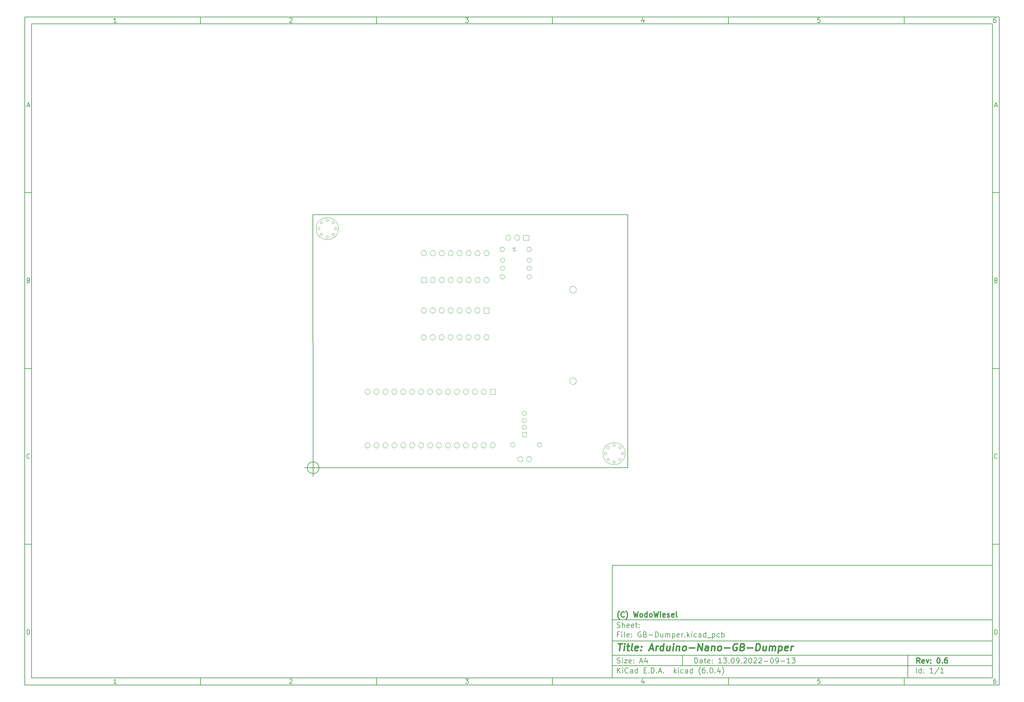
<source format=gbr>
%TF.GenerationSoftware,KiCad,Pcbnew,(6.0.4)*%
%TF.CreationDate,2022-10-03T14:38:54+02:00*%
%TF.ProjectId,GB-Dumper,47422d44-756d-4706-9572-2e6b69636164,0.6*%
%TF.SameCoordinates,PX57bcf00PY83cc3c0*%
%TF.FileFunction,AssemblyDrawing,Bot*%
%FSLAX46Y46*%
G04 Gerber Fmt 4.6, Leading zero omitted, Abs format (unit mm)*
G04 Created by KiCad (PCBNEW (6.0.4)) date 2022-10-03 14:38:54*
%MOMM*%
%LPD*%
G01*
G04 APERTURE LIST*
%ADD10C,0.100000*%
%ADD11C,0.150000*%
%ADD12C,0.300000*%
%ADD13C,0.400000*%
%TA.AperFunction,Profile*%
%ADD14C,0.150000*%
%TD*%
%ADD15C,0.108000*%
G04 APERTURE END LIST*
D10*
D11*
X85002200Y-27807200D02*
X85002200Y-59807200D01*
X193002200Y-59807200D01*
X193002200Y-27807200D01*
X85002200Y-27807200D01*
D10*
D11*
X-82000000Y128200000D02*
X-82000000Y-61807200D01*
X195002200Y-61807200D01*
X195002200Y128200000D01*
X-82000000Y128200000D01*
D10*
D11*
X-80000000Y126200000D02*
X-80000000Y-59807200D01*
X193002200Y-59807200D01*
X193002200Y126200000D01*
X-80000000Y126200000D01*
D10*
D11*
X-32000000Y126200000D02*
X-32000000Y128200000D01*
D10*
D11*
X18000000Y126200000D02*
X18000000Y128200000D01*
D10*
D11*
X68000000Y126200000D02*
X68000000Y128200000D01*
D10*
D11*
X118000000Y126200000D02*
X118000000Y128200000D01*
D10*
D11*
X168000000Y126200000D02*
X168000000Y128200000D01*
D10*
D11*
X-55934524Y126611905D02*
X-56677381Y126611905D01*
X-56305953Y126611905D02*
X-56305953Y127911905D01*
X-56429762Y127726191D01*
X-56553572Y127602381D01*
X-56677381Y127540477D01*
D10*
D11*
X-6677381Y127788096D02*
X-6615477Y127850000D01*
X-6491667Y127911905D01*
X-6182143Y127911905D01*
X-6058334Y127850000D01*
X-5996429Y127788096D01*
X-5934524Y127664286D01*
X-5934524Y127540477D01*
X-5996429Y127354762D01*
X-6739286Y126611905D01*
X-5934524Y126611905D01*
D10*
D11*
X43260714Y127911905D02*
X44065476Y127911905D01*
X43632142Y127416667D01*
X43817857Y127416667D01*
X43941666Y127354762D01*
X44003571Y127292858D01*
X44065476Y127169048D01*
X44065476Y126859524D01*
X44003571Y126735715D01*
X43941666Y126673810D01*
X43817857Y126611905D01*
X43446428Y126611905D01*
X43322619Y126673810D01*
X43260714Y126735715D01*
D10*
D11*
X93941666Y127478572D02*
X93941666Y126611905D01*
X93632142Y127973810D02*
X93322619Y127045239D01*
X94127380Y127045239D01*
D10*
D11*
X144003571Y127911905D02*
X143384523Y127911905D01*
X143322619Y127292858D01*
X143384523Y127354762D01*
X143508333Y127416667D01*
X143817857Y127416667D01*
X143941666Y127354762D01*
X144003571Y127292858D01*
X144065476Y127169048D01*
X144065476Y126859524D01*
X144003571Y126735715D01*
X143941666Y126673810D01*
X143817857Y126611905D01*
X143508333Y126611905D01*
X143384523Y126673810D01*
X143322619Y126735715D01*
D10*
D11*
X193941666Y127911905D02*
X193694047Y127911905D01*
X193570238Y127850000D01*
X193508333Y127788096D01*
X193384523Y127602381D01*
X193322619Y127354762D01*
X193322619Y126859524D01*
X193384523Y126735715D01*
X193446428Y126673810D01*
X193570238Y126611905D01*
X193817857Y126611905D01*
X193941666Y126673810D01*
X194003571Y126735715D01*
X194065476Y126859524D01*
X194065476Y127169048D01*
X194003571Y127292858D01*
X193941666Y127354762D01*
X193817857Y127416667D01*
X193570238Y127416667D01*
X193446428Y127354762D01*
X193384523Y127292858D01*
X193322619Y127169048D01*
D10*
D11*
X-32000000Y-59807200D02*
X-32000000Y-61807200D01*
D10*
D11*
X18000000Y-59807200D02*
X18000000Y-61807200D01*
D10*
D11*
X68000000Y-59807200D02*
X68000000Y-61807200D01*
D10*
D11*
X118000000Y-59807200D02*
X118000000Y-61807200D01*
D10*
D11*
X168000000Y-59807200D02*
X168000000Y-61807200D01*
D10*
D11*
X-55934524Y-61395295D02*
X-56677381Y-61395295D01*
X-56305953Y-61395295D02*
X-56305953Y-60095295D01*
X-56429762Y-60281009D01*
X-56553572Y-60404819D01*
X-56677381Y-60466723D01*
D10*
D11*
X-6677381Y-60219104D02*
X-6615477Y-60157200D01*
X-6491667Y-60095295D01*
X-6182143Y-60095295D01*
X-6058334Y-60157200D01*
X-5996429Y-60219104D01*
X-5934524Y-60342914D01*
X-5934524Y-60466723D01*
X-5996429Y-60652438D01*
X-6739286Y-61395295D01*
X-5934524Y-61395295D01*
D10*
D11*
X43260714Y-60095295D02*
X44065476Y-60095295D01*
X43632142Y-60590533D01*
X43817857Y-60590533D01*
X43941666Y-60652438D01*
X44003571Y-60714342D01*
X44065476Y-60838152D01*
X44065476Y-61147676D01*
X44003571Y-61271485D01*
X43941666Y-61333390D01*
X43817857Y-61395295D01*
X43446428Y-61395295D01*
X43322619Y-61333390D01*
X43260714Y-61271485D01*
D10*
D11*
X93941666Y-60528628D02*
X93941666Y-61395295D01*
X93632142Y-60033390D02*
X93322619Y-60961961D01*
X94127380Y-60961961D01*
D10*
D11*
X144003571Y-60095295D02*
X143384523Y-60095295D01*
X143322619Y-60714342D01*
X143384523Y-60652438D01*
X143508333Y-60590533D01*
X143817857Y-60590533D01*
X143941666Y-60652438D01*
X144003571Y-60714342D01*
X144065476Y-60838152D01*
X144065476Y-61147676D01*
X144003571Y-61271485D01*
X143941666Y-61333390D01*
X143817857Y-61395295D01*
X143508333Y-61395295D01*
X143384523Y-61333390D01*
X143322619Y-61271485D01*
D10*
D11*
X193941666Y-60095295D02*
X193694047Y-60095295D01*
X193570238Y-60157200D01*
X193508333Y-60219104D01*
X193384523Y-60404819D01*
X193322619Y-60652438D01*
X193322619Y-61147676D01*
X193384523Y-61271485D01*
X193446428Y-61333390D01*
X193570238Y-61395295D01*
X193817857Y-61395295D01*
X193941666Y-61333390D01*
X194003571Y-61271485D01*
X194065476Y-61147676D01*
X194065476Y-60838152D01*
X194003571Y-60714342D01*
X193941666Y-60652438D01*
X193817857Y-60590533D01*
X193570238Y-60590533D01*
X193446428Y-60652438D01*
X193384523Y-60714342D01*
X193322619Y-60838152D01*
D10*
D11*
X-82000000Y78200000D02*
X-80000000Y78200000D01*
D10*
D11*
X-82000000Y28200000D02*
X-80000000Y28200000D01*
D10*
D11*
X-82000000Y-21800000D02*
X-80000000Y-21800000D01*
D10*
D11*
X-81309524Y102983334D02*
X-80690477Y102983334D01*
X-81433334Y102611905D02*
X-81000000Y103911905D01*
X-80566667Y102611905D01*
D10*
D11*
X-80907143Y53292858D02*
X-80721429Y53230953D01*
X-80659524Y53169048D01*
X-80597620Y53045239D01*
X-80597620Y52859524D01*
X-80659524Y52735715D01*
X-80721429Y52673810D01*
X-80845239Y52611905D01*
X-81340477Y52611905D01*
X-81340477Y53911905D01*
X-80907143Y53911905D01*
X-80783334Y53850000D01*
X-80721429Y53788096D01*
X-80659524Y53664286D01*
X-80659524Y53540477D01*
X-80721429Y53416667D01*
X-80783334Y53354762D01*
X-80907143Y53292858D01*
X-81340477Y53292858D01*
D10*
D11*
X-80597620Y2735715D02*
X-80659524Y2673810D01*
X-80845239Y2611905D01*
X-80969048Y2611905D01*
X-81154762Y2673810D01*
X-81278572Y2797620D01*
X-81340477Y2921429D01*
X-81402381Y3169048D01*
X-81402381Y3354762D01*
X-81340477Y3602381D01*
X-81278572Y3726191D01*
X-81154762Y3850000D01*
X-80969048Y3911905D01*
X-80845239Y3911905D01*
X-80659524Y3850000D01*
X-80597620Y3788096D01*
D10*
D11*
X-81340477Y-47388095D02*
X-81340477Y-46088095D01*
X-81030953Y-46088095D01*
X-80845239Y-46150000D01*
X-80721429Y-46273809D01*
X-80659524Y-46397619D01*
X-80597620Y-46645238D01*
X-80597620Y-46830952D01*
X-80659524Y-47078571D01*
X-80721429Y-47202380D01*
X-80845239Y-47326190D01*
X-81030953Y-47388095D01*
X-81340477Y-47388095D01*
D10*
D11*
X195002200Y78200000D02*
X193002200Y78200000D01*
D10*
D11*
X195002200Y28200000D02*
X193002200Y28200000D01*
D10*
D11*
X195002200Y-21800000D02*
X193002200Y-21800000D01*
D10*
D11*
X193692676Y102983334D02*
X194311723Y102983334D01*
X193568866Y102611905D02*
X194002200Y103911905D01*
X194435533Y102611905D01*
D10*
D11*
X194095057Y53292858D02*
X194280771Y53230953D01*
X194342676Y53169048D01*
X194404580Y53045239D01*
X194404580Y52859524D01*
X194342676Y52735715D01*
X194280771Y52673810D01*
X194156961Y52611905D01*
X193661723Y52611905D01*
X193661723Y53911905D01*
X194095057Y53911905D01*
X194218866Y53850000D01*
X194280771Y53788096D01*
X194342676Y53664286D01*
X194342676Y53540477D01*
X194280771Y53416667D01*
X194218866Y53354762D01*
X194095057Y53292858D01*
X193661723Y53292858D01*
D10*
D11*
X194404580Y2735715D02*
X194342676Y2673810D01*
X194156961Y2611905D01*
X194033152Y2611905D01*
X193847438Y2673810D01*
X193723628Y2797620D01*
X193661723Y2921429D01*
X193599819Y3169048D01*
X193599819Y3354762D01*
X193661723Y3602381D01*
X193723628Y3726191D01*
X193847438Y3850000D01*
X194033152Y3911905D01*
X194156961Y3911905D01*
X194342676Y3850000D01*
X194404580Y3788096D01*
D10*
D11*
X193661723Y-47388095D02*
X193661723Y-46088095D01*
X193971247Y-46088095D01*
X194156961Y-46150000D01*
X194280771Y-46273809D01*
X194342676Y-46397619D01*
X194404580Y-46645238D01*
X194404580Y-46830952D01*
X194342676Y-47078571D01*
X194280771Y-47202380D01*
X194156961Y-47326190D01*
X193971247Y-47388095D01*
X193661723Y-47388095D01*
D10*
D11*
X108434342Y-55585771D02*
X108434342Y-54085771D01*
X108791485Y-54085771D01*
X109005771Y-54157200D01*
X109148628Y-54300057D01*
X109220057Y-54442914D01*
X109291485Y-54728628D01*
X109291485Y-54942914D01*
X109220057Y-55228628D01*
X109148628Y-55371485D01*
X109005771Y-55514342D01*
X108791485Y-55585771D01*
X108434342Y-55585771D01*
X110577200Y-55585771D02*
X110577200Y-54800057D01*
X110505771Y-54657200D01*
X110362914Y-54585771D01*
X110077200Y-54585771D01*
X109934342Y-54657200D01*
X110577200Y-55514342D02*
X110434342Y-55585771D01*
X110077200Y-55585771D01*
X109934342Y-55514342D01*
X109862914Y-55371485D01*
X109862914Y-55228628D01*
X109934342Y-55085771D01*
X110077200Y-55014342D01*
X110434342Y-55014342D01*
X110577200Y-54942914D01*
X111077200Y-54585771D02*
X111648628Y-54585771D01*
X111291485Y-54085771D02*
X111291485Y-55371485D01*
X111362914Y-55514342D01*
X111505771Y-55585771D01*
X111648628Y-55585771D01*
X112720057Y-55514342D02*
X112577200Y-55585771D01*
X112291485Y-55585771D01*
X112148628Y-55514342D01*
X112077200Y-55371485D01*
X112077200Y-54800057D01*
X112148628Y-54657200D01*
X112291485Y-54585771D01*
X112577200Y-54585771D01*
X112720057Y-54657200D01*
X112791485Y-54800057D01*
X112791485Y-54942914D01*
X112077200Y-55085771D01*
X113434342Y-55442914D02*
X113505771Y-55514342D01*
X113434342Y-55585771D01*
X113362914Y-55514342D01*
X113434342Y-55442914D01*
X113434342Y-55585771D01*
X113434342Y-54657200D02*
X113505771Y-54728628D01*
X113434342Y-54800057D01*
X113362914Y-54728628D01*
X113434342Y-54657200D01*
X113434342Y-54800057D01*
X116077200Y-55585771D02*
X115220057Y-55585771D01*
X115648628Y-55585771D02*
X115648628Y-54085771D01*
X115505771Y-54300057D01*
X115362914Y-54442914D01*
X115220057Y-54514342D01*
X116577200Y-54085771D02*
X117505771Y-54085771D01*
X117005771Y-54657200D01*
X117220057Y-54657200D01*
X117362914Y-54728628D01*
X117434342Y-54800057D01*
X117505771Y-54942914D01*
X117505771Y-55300057D01*
X117434342Y-55442914D01*
X117362914Y-55514342D01*
X117220057Y-55585771D01*
X116791485Y-55585771D01*
X116648628Y-55514342D01*
X116577200Y-55442914D01*
X118148628Y-55442914D02*
X118220057Y-55514342D01*
X118148628Y-55585771D01*
X118077200Y-55514342D01*
X118148628Y-55442914D01*
X118148628Y-55585771D01*
X119148628Y-54085771D02*
X119291485Y-54085771D01*
X119434342Y-54157200D01*
X119505771Y-54228628D01*
X119577200Y-54371485D01*
X119648628Y-54657200D01*
X119648628Y-55014342D01*
X119577200Y-55300057D01*
X119505771Y-55442914D01*
X119434342Y-55514342D01*
X119291485Y-55585771D01*
X119148628Y-55585771D01*
X119005771Y-55514342D01*
X118934342Y-55442914D01*
X118862914Y-55300057D01*
X118791485Y-55014342D01*
X118791485Y-54657200D01*
X118862914Y-54371485D01*
X118934342Y-54228628D01*
X119005771Y-54157200D01*
X119148628Y-54085771D01*
X120362914Y-55585771D02*
X120648628Y-55585771D01*
X120791485Y-55514342D01*
X120862914Y-55442914D01*
X121005771Y-55228628D01*
X121077200Y-54942914D01*
X121077200Y-54371485D01*
X121005771Y-54228628D01*
X120934342Y-54157200D01*
X120791485Y-54085771D01*
X120505771Y-54085771D01*
X120362914Y-54157200D01*
X120291485Y-54228628D01*
X120220057Y-54371485D01*
X120220057Y-54728628D01*
X120291485Y-54871485D01*
X120362914Y-54942914D01*
X120505771Y-55014342D01*
X120791485Y-55014342D01*
X120934342Y-54942914D01*
X121005771Y-54871485D01*
X121077200Y-54728628D01*
X121720057Y-55442914D02*
X121791485Y-55514342D01*
X121720057Y-55585771D01*
X121648628Y-55514342D01*
X121720057Y-55442914D01*
X121720057Y-55585771D01*
X122362914Y-54228628D02*
X122434342Y-54157200D01*
X122577200Y-54085771D01*
X122934342Y-54085771D01*
X123077200Y-54157200D01*
X123148628Y-54228628D01*
X123220057Y-54371485D01*
X123220057Y-54514342D01*
X123148628Y-54728628D01*
X122291485Y-55585771D01*
X123220057Y-55585771D01*
X124148628Y-54085771D02*
X124291485Y-54085771D01*
X124434342Y-54157200D01*
X124505771Y-54228628D01*
X124577200Y-54371485D01*
X124648628Y-54657200D01*
X124648628Y-55014342D01*
X124577200Y-55300057D01*
X124505771Y-55442914D01*
X124434342Y-55514342D01*
X124291485Y-55585771D01*
X124148628Y-55585771D01*
X124005771Y-55514342D01*
X123934342Y-55442914D01*
X123862914Y-55300057D01*
X123791485Y-55014342D01*
X123791485Y-54657200D01*
X123862914Y-54371485D01*
X123934342Y-54228628D01*
X124005771Y-54157200D01*
X124148628Y-54085771D01*
X125220057Y-54228628D02*
X125291485Y-54157200D01*
X125434342Y-54085771D01*
X125791485Y-54085771D01*
X125934342Y-54157200D01*
X126005771Y-54228628D01*
X126077200Y-54371485D01*
X126077200Y-54514342D01*
X126005771Y-54728628D01*
X125148628Y-55585771D01*
X126077200Y-55585771D01*
X126648628Y-54228628D02*
X126720057Y-54157200D01*
X126862914Y-54085771D01*
X127220057Y-54085771D01*
X127362914Y-54157200D01*
X127434342Y-54228628D01*
X127505771Y-54371485D01*
X127505771Y-54514342D01*
X127434342Y-54728628D01*
X126577200Y-55585771D01*
X127505771Y-55585771D01*
X128148628Y-55014342D02*
X129291485Y-55014342D01*
X130291485Y-54085771D02*
X130434342Y-54085771D01*
X130577200Y-54157200D01*
X130648628Y-54228628D01*
X130720057Y-54371485D01*
X130791485Y-54657200D01*
X130791485Y-55014342D01*
X130720057Y-55300057D01*
X130648628Y-55442914D01*
X130577200Y-55514342D01*
X130434342Y-55585771D01*
X130291485Y-55585771D01*
X130148628Y-55514342D01*
X130077200Y-55442914D01*
X130005771Y-55300057D01*
X129934342Y-55014342D01*
X129934342Y-54657200D01*
X130005771Y-54371485D01*
X130077200Y-54228628D01*
X130148628Y-54157200D01*
X130291485Y-54085771D01*
X131505771Y-55585771D02*
X131791485Y-55585771D01*
X131934342Y-55514342D01*
X132005771Y-55442914D01*
X132148628Y-55228628D01*
X132220057Y-54942914D01*
X132220057Y-54371485D01*
X132148628Y-54228628D01*
X132077200Y-54157200D01*
X131934342Y-54085771D01*
X131648628Y-54085771D01*
X131505771Y-54157200D01*
X131434342Y-54228628D01*
X131362914Y-54371485D01*
X131362914Y-54728628D01*
X131434342Y-54871485D01*
X131505771Y-54942914D01*
X131648628Y-55014342D01*
X131934342Y-55014342D01*
X132077200Y-54942914D01*
X132148628Y-54871485D01*
X132220057Y-54728628D01*
X132862914Y-55014342D02*
X134005771Y-55014342D01*
X135505771Y-55585771D02*
X134648628Y-55585771D01*
X135077200Y-55585771D02*
X135077200Y-54085771D01*
X134934342Y-54300057D01*
X134791485Y-54442914D01*
X134648628Y-54514342D01*
X136005771Y-54085771D02*
X136934342Y-54085771D01*
X136434342Y-54657200D01*
X136648628Y-54657200D01*
X136791485Y-54728628D01*
X136862914Y-54800057D01*
X136934342Y-54942914D01*
X136934342Y-55300057D01*
X136862914Y-55442914D01*
X136791485Y-55514342D01*
X136648628Y-55585771D01*
X136220057Y-55585771D01*
X136077200Y-55514342D01*
X136005771Y-55442914D01*
D10*
D11*
X85002200Y-56307200D02*
X193002200Y-56307200D01*
D10*
D11*
X86434342Y-58385771D02*
X86434342Y-56885771D01*
X87291485Y-58385771D02*
X86648628Y-57528628D01*
X87291485Y-56885771D02*
X86434342Y-57742914D01*
X87934342Y-58385771D02*
X87934342Y-57385771D01*
X87934342Y-56885771D02*
X87862914Y-56957200D01*
X87934342Y-57028628D01*
X88005771Y-56957200D01*
X87934342Y-56885771D01*
X87934342Y-57028628D01*
X89505771Y-58242914D02*
X89434342Y-58314342D01*
X89220057Y-58385771D01*
X89077200Y-58385771D01*
X88862914Y-58314342D01*
X88720057Y-58171485D01*
X88648628Y-58028628D01*
X88577200Y-57742914D01*
X88577200Y-57528628D01*
X88648628Y-57242914D01*
X88720057Y-57100057D01*
X88862914Y-56957200D01*
X89077200Y-56885771D01*
X89220057Y-56885771D01*
X89434342Y-56957200D01*
X89505771Y-57028628D01*
X90791485Y-58385771D02*
X90791485Y-57600057D01*
X90720057Y-57457200D01*
X90577200Y-57385771D01*
X90291485Y-57385771D01*
X90148628Y-57457200D01*
X90791485Y-58314342D02*
X90648628Y-58385771D01*
X90291485Y-58385771D01*
X90148628Y-58314342D01*
X90077200Y-58171485D01*
X90077200Y-58028628D01*
X90148628Y-57885771D01*
X90291485Y-57814342D01*
X90648628Y-57814342D01*
X90791485Y-57742914D01*
X92148628Y-58385771D02*
X92148628Y-56885771D01*
X92148628Y-58314342D02*
X92005771Y-58385771D01*
X91720057Y-58385771D01*
X91577200Y-58314342D01*
X91505771Y-58242914D01*
X91434342Y-58100057D01*
X91434342Y-57671485D01*
X91505771Y-57528628D01*
X91577200Y-57457200D01*
X91720057Y-57385771D01*
X92005771Y-57385771D01*
X92148628Y-57457200D01*
X94005771Y-57600057D02*
X94505771Y-57600057D01*
X94720057Y-58385771D02*
X94005771Y-58385771D01*
X94005771Y-56885771D01*
X94720057Y-56885771D01*
X95362914Y-58242914D02*
X95434342Y-58314342D01*
X95362914Y-58385771D01*
X95291485Y-58314342D01*
X95362914Y-58242914D01*
X95362914Y-58385771D01*
X96077200Y-58385771D02*
X96077200Y-56885771D01*
X96434342Y-56885771D01*
X96648628Y-56957200D01*
X96791485Y-57100057D01*
X96862914Y-57242914D01*
X96934342Y-57528628D01*
X96934342Y-57742914D01*
X96862914Y-58028628D01*
X96791485Y-58171485D01*
X96648628Y-58314342D01*
X96434342Y-58385771D01*
X96077200Y-58385771D01*
X97577200Y-58242914D02*
X97648628Y-58314342D01*
X97577200Y-58385771D01*
X97505771Y-58314342D01*
X97577200Y-58242914D01*
X97577200Y-58385771D01*
X98220057Y-57957200D02*
X98934342Y-57957200D01*
X98077200Y-58385771D02*
X98577200Y-56885771D01*
X99077200Y-58385771D01*
X99577200Y-58242914D02*
X99648628Y-58314342D01*
X99577200Y-58385771D01*
X99505771Y-58314342D01*
X99577200Y-58242914D01*
X99577200Y-58385771D01*
X102577200Y-58385771D02*
X102577200Y-56885771D01*
X102720057Y-57814342D02*
X103148628Y-58385771D01*
X103148628Y-57385771D02*
X102577200Y-57957200D01*
X103791485Y-58385771D02*
X103791485Y-57385771D01*
X103791485Y-56885771D02*
X103720057Y-56957200D01*
X103791485Y-57028628D01*
X103862914Y-56957200D01*
X103791485Y-56885771D01*
X103791485Y-57028628D01*
X105148628Y-58314342D02*
X105005771Y-58385771D01*
X104720057Y-58385771D01*
X104577200Y-58314342D01*
X104505771Y-58242914D01*
X104434342Y-58100057D01*
X104434342Y-57671485D01*
X104505771Y-57528628D01*
X104577200Y-57457200D01*
X104720057Y-57385771D01*
X105005771Y-57385771D01*
X105148628Y-57457200D01*
X106434342Y-58385771D02*
X106434342Y-57600057D01*
X106362914Y-57457200D01*
X106220057Y-57385771D01*
X105934342Y-57385771D01*
X105791485Y-57457200D01*
X106434342Y-58314342D02*
X106291485Y-58385771D01*
X105934342Y-58385771D01*
X105791485Y-58314342D01*
X105720057Y-58171485D01*
X105720057Y-58028628D01*
X105791485Y-57885771D01*
X105934342Y-57814342D01*
X106291485Y-57814342D01*
X106434342Y-57742914D01*
X107791485Y-58385771D02*
X107791485Y-56885771D01*
X107791485Y-58314342D02*
X107648628Y-58385771D01*
X107362914Y-58385771D01*
X107220057Y-58314342D01*
X107148628Y-58242914D01*
X107077200Y-58100057D01*
X107077200Y-57671485D01*
X107148628Y-57528628D01*
X107220057Y-57457200D01*
X107362914Y-57385771D01*
X107648628Y-57385771D01*
X107791485Y-57457200D01*
X110077200Y-58957200D02*
X110005771Y-58885771D01*
X109862914Y-58671485D01*
X109791485Y-58528628D01*
X109720057Y-58314342D01*
X109648628Y-57957200D01*
X109648628Y-57671485D01*
X109720057Y-57314342D01*
X109791485Y-57100057D01*
X109862914Y-56957200D01*
X110005771Y-56742914D01*
X110077200Y-56671485D01*
X111291485Y-56885771D02*
X111005771Y-56885771D01*
X110862914Y-56957200D01*
X110791485Y-57028628D01*
X110648628Y-57242914D01*
X110577200Y-57528628D01*
X110577200Y-58100057D01*
X110648628Y-58242914D01*
X110720057Y-58314342D01*
X110862914Y-58385771D01*
X111148628Y-58385771D01*
X111291485Y-58314342D01*
X111362914Y-58242914D01*
X111434342Y-58100057D01*
X111434342Y-57742914D01*
X111362914Y-57600057D01*
X111291485Y-57528628D01*
X111148628Y-57457200D01*
X110862914Y-57457200D01*
X110720057Y-57528628D01*
X110648628Y-57600057D01*
X110577200Y-57742914D01*
X112077200Y-58242914D02*
X112148628Y-58314342D01*
X112077200Y-58385771D01*
X112005771Y-58314342D01*
X112077200Y-58242914D01*
X112077200Y-58385771D01*
X113077200Y-56885771D02*
X113220057Y-56885771D01*
X113362914Y-56957200D01*
X113434342Y-57028628D01*
X113505771Y-57171485D01*
X113577200Y-57457200D01*
X113577200Y-57814342D01*
X113505771Y-58100057D01*
X113434342Y-58242914D01*
X113362914Y-58314342D01*
X113220057Y-58385771D01*
X113077200Y-58385771D01*
X112934342Y-58314342D01*
X112862914Y-58242914D01*
X112791485Y-58100057D01*
X112720057Y-57814342D01*
X112720057Y-57457200D01*
X112791485Y-57171485D01*
X112862914Y-57028628D01*
X112934342Y-56957200D01*
X113077200Y-56885771D01*
X114220057Y-58242914D02*
X114291485Y-58314342D01*
X114220057Y-58385771D01*
X114148628Y-58314342D01*
X114220057Y-58242914D01*
X114220057Y-58385771D01*
X115577200Y-57385771D02*
X115577200Y-58385771D01*
X115220057Y-56814342D02*
X114862914Y-57885771D01*
X115791485Y-57885771D01*
X116220057Y-58957200D02*
X116291485Y-58885771D01*
X116434342Y-58671485D01*
X116505771Y-58528628D01*
X116577200Y-58314342D01*
X116648628Y-57957200D01*
X116648628Y-57671485D01*
X116577200Y-57314342D01*
X116505771Y-57100057D01*
X116434342Y-56957200D01*
X116291485Y-56742914D01*
X116220057Y-56671485D01*
D10*
D11*
X85002200Y-53307200D02*
X193002200Y-53307200D01*
D10*
D12*
X172411485Y-55585771D02*
X171911485Y-54871485D01*
X171554342Y-55585771D02*
X171554342Y-54085771D01*
X172125771Y-54085771D01*
X172268628Y-54157200D01*
X172340057Y-54228628D01*
X172411485Y-54371485D01*
X172411485Y-54585771D01*
X172340057Y-54728628D01*
X172268628Y-54800057D01*
X172125771Y-54871485D01*
X171554342Y-54871485D01*
X173625771Y-55514342D02*
X173482914Y-55585771D01*
X173197200Y-55585771D01*
X173054342Y-55514342D01*
X172982914Y-55371485D01*
X172982914Y-54800057D01*
X173054342Y-54657200D01*
X173197200Y-54585771D01*
X173482914Y-54585771D01*
X173625771Y-54657200D01*
X173697200Y-54800057D01*
X173697200Y-54942914D01*
X172982914Y-55085771D01*
X174197200Y-54585771D02*
X174554342Y-55585771D01*
X174911485Y-54585771D01*
X175482914Y-55442914D02*
X175554342Y-55514342D01*
X175482914Y-55585771D01*
X175411485Y-55514342D01*
X175482914Y-55442914D01*
X175482914Y-55585771D01*
X175482914Y-54657200D02*
X175554342Y-54728628D01*
X175482914Y-54800057D01*
X175411485Y-54728628D01*
X175482914Y-54657200D01*
X175482914Y-54800057D01*
X177625771Y-54085771D02*
X177768628Y-54085771D01*
X177911485Y-54157200D01*
X177982914Y-54228628D01*
X178054342Y-54371485D01*
X178125771Y-54657200D01*
X178125771Y-55014342D01*
X178054342Y-55300057D01*
X177982914Y-55442914D01*
X177911485Y-55514342D01*
X177768628Y-55585771D01*
X177625771Y-55585771D01*
X177482914Y-55514342D01*
X177411485Y-55442914D01*
X177340057Y-55300057D01*
X177268628Y-55014342D01*
X177268628Y-54657200D01*
X177340057Y-54371485D01*
X177411485Y-54228628D01*
X177482914Y-54157200D01*
X177625771Y-54085771D01*
X178768628Y-55442914D02*
X178840057Y-55514342D01*
X178768628Y-55585771D01*
X178697200Y-55514342D01*
X178768628Y-55442914D01*
X178768628Y-55585771D01*
X180125771Y-54085771D02*
X179840057Y-54085771D01*
X179697200Y-54157200D01*
X179625771Y-54228628D01*
X179482914Y-54442914D01*
X179411485Y-54728628D01*
X179411485Y-55300057D01*
X179482914Y-55442914D01*
X179554342Y-55514342D01*
X179697200Y-55585771D01*
X179982914Y-55585771D01*
X180125771Y-55514342D01*
X180197200Y-55442914D01*
X180268628Y-55300057D01*
X180268628Y-54942914D01*
X180197200Y-54800057D01*
X180125771Y-54728628D01*
X179982914Y-54657200D01*
X179697200Y-54657200D01*
X179554342Y-54728628D01*
X179482914Y-54800057D01*
X179411485Y-54942914D01*
D10*
D11*
X86362914Y-55514342D02*
X86577200Y-55585771D01*
X86934342Y-55585771D01*
X87077200Y-55514342D01*
X87148628Y-55442914D01*
X87220057Y-55300057D01*
X87220057Y-55157200D01*
X87148628Y-55014342D01*
X87077200Y-54942914D01*
X86934342Y-54871485D01*
X86648628Y-54800057D01*
X86505771Y-54728628D01*
X86434342Y-54657200D01*
X86362914Y-54514342D01*
X86362914Y-54371485D01*
X86434342Y-54228628D01*
X86505771Y-54157200D01*
X86648628Y-54085771D01*
X87005771Y-54085771D01*
X87220057Y-54157200D01*
X87862914Y-55585771D02*
X87862914Y-54585771D01*
X87862914Y-54085771D02*
X87791485Y-54157200D01*
X87862914Y-54228628D01*
X87934342Y-54157200D01*
X87862914Y-54085771D01*
X87862914Y-54228628D01*
X88434342Y-54585771D02*
X89220057Y-54585771D01*
X88434342Y-55585771D01*
X89220057Y-55585771D01*
X90362914Y-55514342D02*
X90220057Y-55585771D01*
X89934342Y-55585771D01*
X89791485Y-55514342D01*
X89720057Y-55371485D01*
X89720057Y-54800057D01*
X89791485Y-54657200D01*
X89934342Y-54585771D01*
X90220057Y-54585771D01*
X90362914Y-54657200D01*
X90434342Y-54800057D01*
X90434342Y-54942914D01*
X89720057Y-55085771D01*
X91077200Y-55442914D02*
X91148628Y-55514342D01*
X91077200Y-55585771D01*
X91005771Y-55514342D01*
X91077200Y-55442914D01*
X91077200Y-55585771D01*
X91077200Y-54657200D02*
X91148628Y-54728628D01*
X91077200Y-54800057D01*
X91005771Y-54728628D01*
X91077200Y-54657200D01*
X91077200Y-54800057D01*
X92862914Y-55157200D02*
X93577200Y-55157200D01*
X92720057Y-55585771D02*
X93220057Y-54085771D01*
X93720057Y-55585771D01*
X94862914Y-54585771D02*
X94862914Y-55585771D01*
X94505771Y-54014342D02*
X94148628Y-55085771D01*
X95077200Y-55085771D01*
D10*
D11*
X171434342Y-58385771D02*
X171434342Y-56885771D01*
X172791485Y-58385771D02*
X172791485Y-56885771D01*
X172791485Y-58314342D02*
X172648628Y-58385771D01*
X172362914Y-58385771D01*
X172220057Y-58314342D01*
X172148628Y-58242914D01*
X172077200Y-58100057D01*
X172077200Y-57671485D01*
X172148628Y-57528628D01*
X172220057Y-57457200D01*
X172362914Y-57385771D01*
X172648628Y-57385771D01*
X172791485Y-57457200D01*
X173505771Y-58242914D02*
X173577200Y-58314342D01*
X173505771Y-58385771D01*
X173434342Y-58314342D01*
X173505771Y-58242914D01*
X173505771Y-58385771D01*
X173505771Y-57457200D02*
X173577200Y-57528628D01*
X173505771Y-57600057D01*
X173434342Y-57528628D01*
X173505771Y-57457200D01*
X173505771Y-57600057D01*
X176148628Y-58385771D02*
X175291485Y-58385771D01*
X175720057Y-58385771D02*
X175720057Y-56885771D01*
X175577200Y-57100057D01*
X175434342Y-57242914D01*
X175291485Y-57314342D01*
X177862914Y-56814342D02*
X176577200Y-58742914D01*
X179148628Y-58385771D02*
X178291485Y-58385771D01*
X178720057Y-58385771D02*
X178720057Y-56885771D01*
X178577200Y-57100057D01*
X178434342Y-57242914D01*
X178291485Y-57314342D01*
D10*
D11*
X85002200Y-49307200D02*
X193002200Y-49307200D01*
D10*
D13*
X86714580Y-50011961D02*
X87857438Y-50011961D01*
X87036009Y-52011961D02*
X87286009Y-50011961D01*
X88274104Y-52011961D02*
X88440771Y-50678628D01*
X88524104Y-50011961D02*
X88416961Y-50107200D01*
X88500295Y-50202438D01*
X88607438Y-50107200D01*
X88524104Y-50011961D01*
X88500295Y-50202438D01*
X89107438Y-50678628D02*
X89869342Y-50678628D01*
X89476485Y-50011961D02*
X89262200Y-51726247D01*
X89333628Y-51916723D01*
X89512200Y-52011961D01*
X89702676Y-52011961D01*
X90655057Y-52011961D02*
X90476485Y-51916723D01*
X90405057Y-51726247D01*
X90619342Y-50011961D01*
X92190771Y-51916723D02*
X91988390Y-52011961D01*
X91607438Y-52011961D01*
X91428866Y-51916723D01*
X91357438Y-51726247D01*
X91452676Y-50964342D01*
X91571723Y-50773866D01*
X91774104Y-50678628D01*
X92155057Y-50678628D01*
X92333628Y-50773866D01*
X92405057Y-50964342D01*
X92381247Y-51154819D01*
X91405057Y-51345295D01*
X93155057Y-51821485D02*
X93238390Y-51916723D01*
X93131247Y-52011961D01*
X93047914Y-51916723D01*
X93155057Y-51821485D01*
X93131247Y-52011961D01*
X93286009Y-50773866D02*
X93369342Y-50869104D01*
X93262200Y-50964342D01*
X93178866Y-50869104D01*
X93286009Y-50773866D01*
X93262200Y-50964342D01*
X95583628Y-51440533D02*
X96536009Y-51440533D01*
X95321723Y-52011961D02*
X96238390Y-50011961D01*
X96655057Y-52011961D01*
X97321723Y-52011961D02*
X97488390Y-50678628D01*
X97440771Y-51059580D02*
X97559819Y-50869104D01*
X97666961Y-50773866D01*
X97869342Y-50678628D01*
X98059819Y-50678628D01*
X99416961Y-52011961D02*
X99666961Y-50011961D01*
X99428866Y-51916723D02*
X99226485Y-52011961D01*
X98845533Y-52011961D01*
X98666961Y-51916723D01*
X98583628Y-51821485D01*
X98512200Y-51631009D01*
X98583628Y-51059580D01*
X98702676Y-50869104D01*
X98809819Y-50773866D01*
X99012200Y-50678628D01*
X99393152Y-50678628D01*
X99571723Y-50773866D01*
X101393152Y-50678628D02*
X101226485Y-52011961D01*
X100536009Y-50678628D02*
X100405057Y-51726247D01*
X100476485Y-51916723D01*
X100655057Y-52011961D01*
X100940771Y-52011961D01*
X101143152Y-51916723D01*
X101250295Y-51821485D01*
X102178866Y-52011961D02*
X102345533Y-50678628D01*
X102428866Y-50011961D02*
X102321723Y-50107200D01*
X102405057Y-50202438D01*
X102512200Y-50107200D01*
X102428866Y-50011961D01*
X102405057Y-50202438D01*
X103297914Y-50678628D02*
X103131247Y-52011961D01*
X103274104Y-50869104D02*
X103381247Y-50773866D01*
X103583628Y-50678628D01*
X103869342Y-50678628D01*
X104047914Y-50773866D01*
X104119342Y-50964342D01*
X103988390Y-52011961D01*
X105226485Y-52011961D02*
X105047914Y-51916723D01*
X104964580Y-51821485D01*
X104893152Y-51631009D01*
X104964580Y-51059580D01*
X105083628Y-50869104D01*
X105190771Y-50773866D01*
X105393152Y-50678628D01*
X105678866Y-50678628D01*
X105857438Y-50773866D01*
X105940771Y-50869104D01*
X106012200Y-51059580D01*
X105940771Y-51631009D01*
X105821723Y-51821485D01*
X105714580Y-51916723D01*
X105512200Y-52011961D01*
X105226485Y-52011961D01*
X106845533Y-51250057D02*
X108369342Y-51250057D01*
X109226485Y-52011961D02*
X109476485Y-50011961D01*
X110369342Y-52011961D01*
X110619342Y-50011961D01*
X112178866Y-52011961D02*
X112309819Y-50964342D01*
X112238390Y-50773866D01*
X112059819Y-50678628D01*
X111678866Y-50678628D01*
X111476485Y-50773866D01*
X112190771Y-51916723D02*
X111988390Y-52011961D01*
X111512200Y-52011961D01*
X111333628Y-51916723D01*
X111262200Y-51726247D01*
X111286009Y-51535771D01*
X111405057Y-51345295D01*
X111607438Y-51250057D01*
X112083628Y-51250057D01*
X112286009Y-51154819D01*
X113297914Y-50678628D02*
X113131247Y-52011961D01*
X113274104Y-50869104D02*
X113381247Y-50773866D01*
X113583628Y-50678628D01*
X113869342Y-50678628D01*
X114047914Y-50773866D01*
X114119342Y-50964342D01*
X113988390Y-52011961D01*
X115226485Y-52011961D02*
X115047914Y-51916723D01*
X114964580Y-51821485D01*
X114893152Y-51631009D01*
X114964580Y-51059580D01*
X115083628Y-50869104D01*
X115190771Y-50773866D01*
X115393152Y-50678628D01*
X115678866Y-50678628D01*
X115857438Y-50773866D01*
X115940771Y-50869104D01*
X116012200Y-51059580D01*
X115940771Y-51631009D01*
X115821723Y-51821485D01*
X115714580Y-51916723D01*
X115512200Y-52011961D01*
X115226485Y-52011961D01*
X116845533Y-51250057D02*
X118369342Y-51250057D01*
X120512200Y-50107200D02*
X120333628Y-50011961D01*
X120047914Y-50011961D01*
X119750295Y-50107200D01*
X119536009Y-50297676D01*
X119416961Y-50488152D01*
X119274104Y-50869104D01*
X119238390Y-51154819D01*
X119286009Y-51535771D01*
X119357438Y-51726247D01*
X119524104Y-51916723D01*
X119797914Y-52011961D01*
X119988390Y-52011961D01*
X120286009Y-51916723D01*
X120393152Y-51821485D01*
X120476485Y-51154819D01*
X120095533Y-51154819D01*
X122024104Y-50964342D02*
X122297914Y-51059580D01*
X122381247Y-51154819D01*
X122452676Y-51345295D01*
X122416961Y-51631009D01*
X122297914Y-51821485D01*
X122190771Y-51916723D01*
X121988390Y-52011961D01*
X121226485Y-52011961D01*
X121476485Y-50011961D01*
X122143152Y-50011961D01*
X122321723Y-50107200D01*
X122405057Y-50202438D01*
X122476485Y-50392914D01*
X122452676Y-50583390D01*
X122333628Y-50773866D01*
X122226485Y-50869104D01*
X122024104Y-50964342D01*
X121357438Y-50964342D01*
X123321723Y-51250057D02*
X124845533Y-51250057D01*
X125702676Y-52011961D02*
X125952676Y-50011961D01*
X126428866Y-50011961D01*
X126702676Y-50107200D01*
X126869342Y-50297676D01*
X126940771Y-50488152D01*
X126988390Y-50869104D01*
X126952676Y-51154819D01*
X126809819Y-51535771D01*
X126690771Y-51726247D01*
X126476485Y-51916723D01*
X126178866Y-52011961D01*
X125702676Y-52011961D01*
X128726485Y-50678628D02*
X128559819Y-52011961D01*
X127869342Y-50678628D02*
X127738390Y-51726247D01*
X127809819Y-51916723D01*
X127988390Y-52011961D01*
X128274104Y-52011961D01*
X128476485Y-51916723D01*
X128583628Y-51821485D01*
X129512200Y-52011961D02*
X129678866Y-50678628D01*
X129655057Y-50869104D02*
X129762200Y-50773866D01*
X129964580Y-50678628D01*
X130250295Y-50678628D01*
X130428866Y-50773866D01*
X130500295Y-50964342D01*
X130369342Y-52011961D01*
X130500295Y-50964342D02*
X130619342Y-50773866D01*
X130821723Y-50678628D01*
X131107438Y-50678628D01*
X131286009Y-50773866D01*
X131357438Y-50964342D01*
X131226485Y-52011961D01*
X132345533Y-50678628D02*
X132095533Y-52678628D01*
X132333628Y-50773866D02*
X132536009Y-50678628D01*
X132916961Y-50678628D01*
X133095533Y-50773866D01*
X133178866Y-50869104D01*
X133250295Y-51059580D01*
X133178866Y-51631009D01*
X133059819Y-51821485D01*
X132952676Y-51916723D01*
X132750295Y-52011961D01*
X132369342Y-52011961D01*
X132190771Y-51916723D01*
X134762200Y-51916723D02*
X134559819Y-52011961D01*
X134178866Y-52011961D01*
X134000295Y-51916723D01*
X133928866Y-51726247D01*
X134024104Y-50964342D01*
X134143152Y-50773866D01*
X134345533Y-50678628D01*
X134726485Y-50678628D01*
X134905057Y-50773866D01*
X134976485Y-50964342D01*
X134952676Y-51154819D01*
X133976485Y-51345295D01*
X135702676Y-52011961D02*
X135869342Y-50678628D01*
X135821723Y-51059580D02*
X135940771Y-50869104D01*
X136047914Y-50773866D01*
X136250295Y-50678628D01*
X136440771Y-50678628D01*
D10*
D11*
X86934342Y-47400057D02*
X86434342Y-47400057D01*
X86434342Y-48185771D02*
X86434342Y-46685771D01*
X87148628Y-46685771D01*
X87720057Y-48185771D02*
X87720057Y-47185771D01*
X87720057Y-46685771D02*
X87648628Y-46757200D01*
X87720057Y-46828628D01*
X87791485Y-46757200D01*
X87720057Y-46685771D01*
X87720057Y-46828628D01*
X88648628Y-48185771D02*
X88505771Y-48114342D01*
X88434342Y-47971485D01*
X88434342Y-46685771D01*
X89791485Y-48114342D02*
X89648628Y-48185771D01*
X89362914Y-48185771D01*
X89220057Y-48114342D01*
X89148628Y-47971485D01*
X89148628Y-47400057D01*
X89220057Y-47257200D01*
X89362914Y-47185771D01*
X89648628Y-47185771D01*
X89791485Y-47257200D01*
X89862914Y-47400057D01*
X89862914Y-47542914D01*
X89148628Y-47685771D01*
X90505771Y-48042914D02*
X90577200Y-48114342D01*
X90505771Y-48185771D01*
X90434342Y-48114342D01*
X90505771Y-48042914D01*
X90505771Y-48185771D01*
X90505771Y-47257200D02*
X90577200Y-47328628D01*
X90505771Y-47400057D01*
X90434342Y-47328628D01*
X90505771Y-47257200D01*
X90505771Y-47400057D01*
X93148628Y-46757200D02*
X93005771Y-46685771D01*
X92791485Y-46685771D01*
X92577200Y-46757200D01*
X92434342Y-46900057D01*
X92362914Y-47042914D01*
X92291485Y-47328628D01*
X92291485Y-47542914D01*
X92362914Y-47828628D01*
X92434342Y-47971485D01*
X92577200Y-48114342D01*
X92791485Y-48185771D01*
X92934342Y-48185771D01*
X93148628Y-48114342D01*
X93220057Y-48042914D01*
X93220057Y-47542914D01*
X92934342Y-47542914D01*
X94362914Y-47400057D02*
X94577200Y-47471485D01*
X94648628Y-47542914D01*
X94720057Y-47685771D01*
X94720057Y-47900057D01*
X94648628Y-48042914D01*
X94577200Y-48114342D01*
X94434342Y-48185771D01*
X93862914Y-48185771D01*
X93862914Y-46685771D01*
X94362914Y-46685771D01*
X94505771Y-46757200D01*
X94577200Y-46828628D01*
X94648628Y-46971485D01*
X94648628Y-47114342D01*
X94577200Y-47257200D01*
X94505771Y-47328628D01*
X94362914Y-47400057D01*
X93862914Y-47400057D01*
X95362914Y-47614342D02*
X96505771Y-47614342D01*
X97220057Y-48185771D02*
X97220057Y-46685771D01*
X97577200Y-46685771D01*
X97791485Y-46757200D01*
X97934342Y-46900057D01*
X98005771Y-47042914D01*
X98077200Y-47328628D01*
X98077200Y-47542914D01*
X98005771Y-47828628D01*
X97934342Y-47971485D01*
X97791485Y-48114342D01*
X97577200Y-48185771D01*
X97220057Y-48185771D01*
X99362914Y-47185771D02*
X99362914Y-48185771D01*
X98720057Y-47185771D02*
X98720057Y-47971485D01*
X98791485Y-48114342D01*
X98934342Y-48185771D01*
X99148628Y-48185771D01*
X99291485Y-48114342D01*
X99362914Y-48042914D01*
X100077200Y-48185771D02*
X100077200Y-47185771D01*
X100077200Y-47328628D02*
X100148628Y-47257200D01*
X100291485Y-47185771D01*
X100505771Y-47185771D01*
X100648628Y-47257200D01*
X100720057Y-47400057D01*
X100720057Y-48185771D01*
X100720057Y-47400057D02*
X100791485Y-47257200D01*
X100934342Y-47185771D01*
X101148628Y-47185771D01*
X101291485Y-47257200D01*
X101362914Y-47400057D01*
X101362914Y-48185771D01*
X102077200Y-47185771D02*
X102077200Y-48685771D01*
X102077200Y-47257200D02*
X102220057Y-47185771D01*
X102505771Y-47185771D01*
X102648628Y-47257200D01*
X102720057Y-47328628D01*
X102791485Y-47471485D01*
X102791485Y-47900057D01*
X102720057Y-48042914D01*
X102648628Y-48114342D01*
X102505771Y-48185771D01*
X102220057Y-48185771D01*
X102077200Y-48114342D01*
X104005771Y-48114342D02*
X103862914Y-48185771D01*
X103577200Y-48185771D01*
X103434342Y-48114342D01*
X103362914Y-47971485D01*
X103362914Y-47400057D01*
X103434342Y-47257200D01*
X103577200Y-47185771D01*
X103862914Y-47185771D01*
X104005771Y-47257200D01*
X104077200Y-47400057D01*
X104077200Y-47542914D01*
X103362914Y-47685771D01*
X104720057Y-48185771D02*
X104720057Y-47185771D01*
X104720057Y-47471485D02*
X104791485Y-47328628D01*
X104862914Y-47257200D01*
X105005771Y-47185771D01*
X105148628Y-47185771D01*
X105648628Y-48042914D02*
X105720057Y-48114342D01*
X105648628Y-48185771D01*
X105577200Y-48114342D01*
X105648628Y-48042914D01*
X105648628Y-48185771D01*
X106362914Y-48185771D02*
X106362914Y-46685771D01*
X106505771Y-47614342D02*
X106934342Y-48185771D01*
X106934342Y-47185771D02*
X106362914Y-47757200D01*
X107577200Y-48185771D02*
X107577200Y-47185771D01*
X107577200Y-46685771D02*
X107505771Y-46757200D01*
X107577200Y-46828628D01*
X107648628Y-46757200D01*
X107577200Y-46685771D01*
X107577200Y-46828628D01*
X108934342Y-48114342D02*
X108791485Y-48185771D01*
X108505771Y-48185771D01*
X108362914Y-48114342D01*
X108291485Y-48042914D01*
X108220057Y-47900057D01*
X108220057Y-47471485D01*
X108291485Y-47328628D01*
X108362914Y-47257200D01*
X108505771Y-47185771D01*
X108791485Y-47185771D01*
X108934342Y-47257200D01*
X110220057Y-48185771D02*
X110220057Y-47400057D01*
X110148628Y-47257200D01*
X110005771Y-47185771D01*
X109720057Y-47185771D01*
X109577200Y-47257200D01*
X110220057Y-48114342D02*
X110077200Y-48185771D01*
X109720057Y-48185771D01*
X109577200Y-48114342D01*
X109505771Y-47971485D01*
X109505771Y-47828628D01*
X109577200Y-47685771D01*
X109720057Y-47614342D01*
X110077200Y-47614342D01*
X110220057Y-47542914D01*
X111577200Y-48185771D02*
X111577200Y-46685771D01*
X111577200Y-48114342D02*
X111434342Y-48185771D01*
X111148628Y-48185771D01*
X111005771Y-48114342D01*
X110934342Y-48042914D01*
X110862914Y-47900057D01*
X110862914Y-47471485D01*
X110934342Y-47328628D01*
X111005771Y-47257200D01*
X111148628Y-47185771D01*
X111434342Y-47185771D01*
X111577200Y-47257200D01*
X111934342Y-48328628D02*
X113077200Y-48328628D01*
X113434342Y-47185771D02*
X113434342Y-48685771D01*
X113434342Y-47257200D02*
X113577200Y-47185771D01*
X113862914Y-47185771D01*
X114005771Y-47257200D01*
X114077200Y-47328628D01*
X114148628Y-47471485D01*
X114148628Y-47900057D01*
X114077200Y-48042914D01*
X114005771Y-48114342D01*
X113862914Y-48185771D01*
X113577200Y-48185771D01*
X113434342Y-48114342D01*
X115434342Y-48114342D02*
X115291485Y-48185771D01*
X115005771Y-48185771D01*
X114862914Y-48114342D01*
X114791485Y-48042914D01*
X114720057Y-47900057D01*
X114720057Y-47471485D01*
X114791485Y-47328628D01*
X114862914Y-47257200D01*
X115005771Y-47185771D01*
X115291485Y-47185771D01*
X115434342Y-47257200D01*
X116077200Y-48185771D02*
X116077200Y-46685771D01*
X116077200Y-47257200D02*
X116220057Y-47185771D01*
X116505771Y-47185771D01*
X116648628Y-47257200D01*
X116720057Y-47328628D01*
X116791485Y-47471485D01*
X116791485Y-47900057D01*
X116720057Y-48042914D01*
X116648628Y-48114342D01*
X116505771Y-48185771D01*
X116220057Y-48185771D01*
X116077200Y-48114342D01*
D10*
D11*
X85002200Y-43307200D02*
X193002200Y-43307200D01*
D10*
D11*
X86362914Y-45414342D02*
X86577200Y-45485771D01*
X86934342Y-45485771D01*
X87077200Y-45414342D01*
X87148628Y-45342914D01*
X87220057Y-45200057D01*
X87220057Y-45057200D01*
X87148628Y-44914342D01*
X87077200Y-44842914D01*
X86934342Y-44771485D01*
X86648628Y-44700057D01*
X86505771Y-44628628D01*
X86434342Y-44557200D01*
X86362914Y-44414342D01*
X86362914Y-44271485D01*
X86434342Y-44128628D01*
X86505771Y-44057200D01*
X86648628Y-43985771D01*
X87005771Y-43985771D01*
X87220057Y-44057200D01*
X87862914Y-45485771D02*
X87862914Y-43985771D01*
X88505771Y-45485771D02*
X88505771Y-44700057D01*
X88434342Y-44557200D01*
X88291485Y-44485771D01*
X88077200Y-44485771D01*
X87934342Y-44557200D01*
X87862914Y-44628628D01*
X89791485Y-45414342D02*
X89648628Y-45485771D01*
X89362914Y-45485771D01*
X89220057Y-45414342D01*
X89148628Y-45271485D01*
X89148628Y-44700057D01*
X89220057Y-44557200D01*
X89362914Y-44485771D01*
X89648628Y-44485771D01*
X89791485Y-44557200D01*
X89862914Y-44700057D01*
X89862914Y-44842914D01*
X89148628Y-44985771D01*
X91077200Y-45414342D02*
X90934342Y-45485771D01*
X90648628Y-45485771D01*
X90505771Y-45414342D01*
X90434342Y-45271485D01*
X90434342Y-44700057D01*
X90505771Y-44557200D01*
X90648628Y-44485771D01*
X90934342Y-44485771D01*
X91077200Y-44557200D01*
X91148628Y-44700057D01*
X91148628Y-44842914D01*
X90434342Y-44985771D01*
X91577200Y-44485771D02*
X92148628Y-44485771D01*
X91791485Y-43985771D02*
X91791485Y-45271485D01*
X91862914Y-45414342D01*
X92005771Y-45485771D01*
X92148628Y-45485771D01*
X92648628Y-45342914D02*
X92720057Y-45414342D01*
X92648628Y-45485771D01*
X92577200Y-45414342D01*
X92648628Y-45342914D01*
X92648628Y-45485771D01*
X92648628Y-44557200D02*
X92720057Y-44628628D01*
X92648628Y-44700057D01*
X92577200Y-44628628D01*
X92648628Y-44557200D01*
X92648628Y-44700057D01*
D10*
D12*
X86982914Y-43057200D02*
X86911485Y-42985771D01*
X86768628Y-42771485D01*
X86697200Y-42628628D01*
X86625771Y-42414342D01*
X86554342Y-42057200D01*
X86554342Y-41771485D01*
X86625771Y-41414342D01*
X86697200Y-41200057D01*
X86768628Y-41057200D01*
X86911485Y-40842914D01*
X86982914Y-40771485D01*
X88411485Y-42342914D02*
X88340057Y-42414342D01*
X88125771Y-42485771D01*
X87982914Y-42485771D01*
X87768628Y-42414342D01*
X87625771Y-42271485D01*
X87554342Y-42128628D01*
X87482914Y-41842914D01*
X87482914Y-41628628D01*
X87554342Y-41342914D01*
X87625771Y-41200057D01*
X87768628Y-41057200D01*
X87982914Y-40985771D01*
X88125771Y-40985771D01*
X88340057Y-41057200D01*
X88411485Y-41128628D01*
X88911485Y-43057200D02*
X88982914Y-42985771D01*
X89125771Y-42771485D01*
X89197200Y-42628628D01*
X89268628Y-42414342D01*
X89340057Y-42057200D01*
X89340057Y-41771485D01*
X89268628Y-41414342D01*
X89197200Y-41200057D01*
X89125771Y-41057200D01*
X88982914Y-40842914D01*
X88911485Y-40771485D01*
X91054342Y-40985771D02*
X91411485Y-42485771D01*
X91697200Y-41414342D01*
X91982914Y-42485771D01*
X92340057Y-40985771D01*
X93125771Y-42485771D02*
X92982914Y-42414342D01*
X92911485Y-42342914D01*
X92840057Y-42200057D01*
X92840057Y-41771485D01*
X92911485Y-41628628D01*
X92982914Y-41557200D01*
X93125771Y-41485771D01*
X93340057Y-41485771D01*
X93482914Y-41557200D01*
X93554342Y-41628628D01*
X93625771Y-41771485D01*
X93625771Y-42200057D01*
X93554342Y-42342914D01*
X93482914Y-42414342D01*
X93340057Y-42485771D01*
X93125771Y-42485771D01*
X94911485Y-42485771D02*
X94911485Y-40985771D01*
X94911485Y-42414342D02*
X94768628Y-42485771D01*
X94482914Y-42485771D01*
X94340057Y-42414342D01*
X94268628Y-42342914D01*
X94197200Y-42200057D01*
X94197200Y-41771485D01*
X94268628Y-41628628D01*
X94340057Y-41557200D01*
X94482914Y-41485771D01*
X94768628Y-41485771D01*
X94911485Y-41557200D01*
X95840057Y-42485771D02*
X95697200Y-42414342D01*
X95625771Y-42342914D01*
X95554342Y-42200057D01*
X95554342Y-41771485D01*
X95625771Y-41628628D01*
X95697200Y-41557200D01*
X95840057Y-41485771D01*
X96054342Y-41485771D01*
X96197200Y-41557200D01*
X96268628Y-41628628D01*
X96340057Y-41771485D01*
X96340057Y-42200057D01*
X96268628Y-42342914D01*
X96197200Y-42414342D01*
X96054342Y-42485771D01*
X95840057Y-42485771D01*
X96840057Y-40985771D02*
X97197200Y-42485771D01*
X97482914Y-41414342D01*
X97768628Y-42485771D01*
X98125771Y-40985771D01*
X98697200Y-42485771D02*
X98697200Y-41485771D01*
X98697200Y-40985771D02*
X98625771Y-41057200D01*
X98697200Y-41128628D01*
X98768628Y-41057200D01*
X98697200Y-40985771D01*
X98697200Y-41128628D01*
X99982914Y-42414342D02*
X99840057Y-42485771D01*
X99554342Y-42485771D01*
X99411485Y-42414342D01*
X99340057Y-42271485D01*
X99340057Y-41700057D01*
X99411485Y-41557200D01*
X99554342Y-41485771D01*
X99840057Y-41485771D01*
X99982914Y-41557200D01*
X100054342Y-41700057D01*
X100054342Y-41842914D01*
X99340057Y-41985771D01*
X100625771Y-42414342D02*
X100768628Y-42485771D01*
X101054342Y-42485771D01*
X101197200Y-42414342D01*
X101268628Y-42271485D01*
X101268628Y-42200057D01*
X101197200Y-42057200D01*
X101054342Y-41985771D01*
X100840057Y-41985771D01*
X100697200Y-41914342D01*
X100625771Y-41771485D01*
X100625771Y-41700057D01*
X100697200Y-41557200D01*
X100840057Y-41485771D01*
X101054342Y-41485771D01*
X101197200Y-41557200D01*
X102482914Y-42414342D02*
X102340057Y-42485771D01*
X102054342Y-42485771D01*
X101911485Y-42414342D01*
X101840057Y-42271485D01*
X101840057Y-41700057D01*
X101911485Y-41557200D01*
X102054342Y-41485771D01*
X102340057Y-41485771D01*
X102482914Y-41557200D01*
X102554342Y-41700057D01*
X102554342Y-41842914D01*
X101840057Y-41985771D01*
X103411485Y-42485771D02*
X103268628Y-42414342D01*
X103197200Y-42271485D01*
X103197200Y-40985771D01*
D10*
D11*
D10*
D11*
D10*
D11*
D10*
D11*
D10*
D11*
X105002200Y-53307200D02*
X105002200Y-56307200D01*
D10*
D11*
X169002200Y-53307200D02*
X169002200Y-59807200D01*
D14*
X89356000Y72000000D02*
X89356000Y24000D01*
X-100000Y72000000D02*
X89356000Y72000000D01*
X0Y0D02*
X-100000Y72000000D01*
X89356000Y24000D02*
X0Y0D01*
X1666666Y0D02*
G75*
G03*
X1666666Y0I-1666666J0D01*
G01*
X-2500000Y0D02*
X2500000Y0D01*
X0Y2500000D02*
X0Y-2500000D01*
D15*
%TO.C,R1*%
X57431714Y62178000D02*
X57088857Y62418000D01*
X57431714Y62589429D02*
X56711714Y62589429D01*
X56711714Y62315143D01*
X56746000Y62246572D01*
X56780285Y62212286D01*
X56848857Y62178000D01*
X56951714Y62178000D01*
X57020285Y62212286D01*
X57054571Y62246572D01*
X57088857Y62315143D01*
X57088857Y62589429D01*
X57431714Y61492286D02*
X57431714Y61903715D01*
X57431714Y61698000D02*
X56711714Y61698000D01*
X56814571Y61766572D01*
X56883142Y61835143D01*
X56917428Y61903715D01*
%TD*%
D10*
%TO.C,J1*%
X74794000Y50616000D02*
G75*
G03*
X74794000Y50616000I-950000J0D01*
G01*
X74794000Y24616000D02*
G75*
G03*
X74794000Y24616000I-950000J0D01*
G01*
%TD*%
%TO.C,J3*%
X59575000Y2400000D02*
G75*
G03*
X59575000Y2400000I-750000J0D01*
G01*
X61365000Y1650000D02*
X61365000Y1650000D01*
X61365000Y3150000D02*
X61365000Y3150000D01*
X61365000Y1650000D02*
G75*
G03*
X61365000Y3150000I0J750000D01*
G01*
X61365000Y3150000D02*
G75*
G03*
X61365000Y1650000I0J-750000D01*
G01*
%TD*%
%TO.C,U2*%
X48459000Y45468000D02*
X48459000Y43968000D01*
X49959000Y43968000D01*
X49959000Y45468000D01*
X48459000Y45468000D01*
X46669000Y45468000D02*
X46669000Y45468000D01*
X46669000Y43968000D02*
X46669000Y43968000D01*
X46669000Y45468000D02*
G75*
G03*
X46669000Y43968000I0J-750000D01*
G01*
X46669000Y43968000D02*
G75*
G03*
X46669000Y45468000I0J750000D01*
G01*
X44129000Y45468000D02*
X44129000Y45468000D01*
X44129000Y43968000D02*
X44129000Y43968000D01*
X44129000Y45468000D02*
G75*
G03*
X44129000Y43968000I0J-750000D01*
G01*
X44129000Y43968000D02*
G75*
G03*
X44129000Y45468000I0J750000D01*
G01*
X41589000Y45468000D02*
X41589000Y45468000D01*
X41589000Y43968000D02*
X41589000Y43968000D01*
X41589000Y45468000D02*
G75*
G03*
X41589000Y43968000I0J-750000D01*
G01*
X41589000Y43968000D02*
G75*
G03*
X41589000Y45468000I0J750000D01*
G01*
X39049000Y45468000D02*
X39049000Y45468000D01*
X39049000Y43968000D02*
X39049000Y43968000D01*
X39049000Y45468000D02*
G75*
G03*
X39049000Y43968000I0J-750000D01*
G01*
X39049000Y43968000D02*
G75*
G03*
X39049000Y45468000I0J750000D01*
G01*
X36509000Y45468000D02*
X36509000Y45468000D01*
X36509000Y43968000D02*
X36509000Y43968000D01*
X36509000Y45468000D02*
G75*
G03*
X36509000Y43968000I0J-750000D01*
G01*
X36509000Y43968000D02*
G75*
G03*
X36509000Y45468000I0J750000D01*
G01*
X33969000Y45468000D02*
X33969000Y45468000D01*
X33969000Y43968000D02*
X33969000Y43968000D01*
X33969000Y45468000D02*
G75*
G03*
X33969000Y43968000I0J-750000D01*
G01*
X33969000Y43968000D02*
G75*
G03*
X33969000Y45468000I0J750000D01*
G01*
X31429000Y45468000D02*
X31429000Y45468000D01*
X31429000Y43968000D02*
X31429000Y43968000D01*
X31429000Y45468000D02*
G75*
G03*
X31429000Y43968000I0J-750000D01*
G01*
X31429000Y43968000D02*
G75*
G03*
X31429000Y45468000I0J750000D01*
G01*
X31429000Y37848000D02*
X31429000Y37848000D01*
X31429000Y36348000D02*
X31429000Y36348000D01*
X31429000Y37848000D02*
G75*
G03*
X31429000Y36348000I0J-750000D01*
G01*
X31429000Y36348000D02*
G75*
G03*
X31429000Y37848000I0J750000D01*
G01*
X33969000Y37848000D02*
X33969000Y37848000D01*
X33969000Y36348000D02*
X33969000Y36348000D01*
X33969000Y37848000D02*
G75*
G03*
X33969000Y36348000I0J-750000D01*
G01*
X33969000Y36348000D02*
G75*
G03*
X33969000Y37848000I0J750000D01*
G01*
X36509000Y37848000D02*
X36509000Y37848000D01*
X36509000Y36348000D02*
X36509000Y36348000D01*
X36509000Y37848000D02*
G75*
G03*
X36509000Y36348000I0J-750000D01*
G01*
X36509000Y36348000D02*
G75*
G03*
X36509000Y37848000I0J750000D01*
G01*
X39049000Y37848000D02*
X39049000Y37848000D01*
X39049000Y36348000D02*
X39049000Y36348000D01*
X39049000Y37848000D02*
G75*
G03*
X39049000Y36348000I0J-750000D01*
G01*
X39049000Y36348000D02*
G75*
G03*
X39049000Y37848000I0J750000D01*
G01*
X41589000Y37848000D02*
X41589000Y37848000D01*
X41589000Y36348000D02*
X41589000Y36348000D01*
X41589000Y37848000D02*
G75*
G03*
X41589000Y36348000I0J-750000D01*
G01*
X41589000Y36348000D02*
G75*
G03*
X41589000Y37848000I0J750000D01*
G01*
X44129000Y37848000D02*
X44129000Y37848000D01*
X44129000Y36348000D02*
X44129000Y36348000D01*
X44129000Y37848000D02*
G75*
G03*
X44129000Y36348000I0J-750000D01*
G01*
X44129000Y36348000D02*
G75*
G03*
X44129000Y37848000I0J750000D01*
G01*
X46669000Y37848000D02*
X46669000Y37848000D01*
X46669000Y36348000D02*
X46669000Y36348000D01*
X46669000Y37848000D02*
G75*
G03*
X46669000Y36348000I0J-750000D01*
G01*
X46669000Y36348000D02*
G75*
G03*
X46669000Y37848000I0J750000D01*
G01*
X49209000Y37848000D02*
X49209000Y37848000D01*
X49209000Y36348000D02*
X49209000Y36348000D01*
X49209000Y37848000D02*
G75*
G03*
X49209000Y36348000I0J-750000D01*
G01*
X49209000Y36348000D02*
G75*
G03*
X49209000Y37848000I0J750000D01*
G01*
%TD*%
%TO.C,R1*%
X54400000Y62100000D02*
G75*
G03*
X54400000Y62100000I-650000J0D01*
G01*
X60720000Y62100000D02*
X60720000Y62100000D01*
X62020000Y62100000D02*
X62020000Y62100000D01*
X60720000Y62100000D02*
G75*
G03*
X62020000Y62100000I650000J0D01*
G01*
X62020000Y62100000D02*
G75*
G03*
X60720000Y62100000I-650000J0D01*
G01*
%TD*%
%TO.C,J4*%
X59375000Y10075000D02*
X59375000Y8825000D01*
X60625000Y8825000D01*
X60625000Y10075000D01*
X59375000Y10075000D01*
X60625000Y11450000D02*
X60625000Y11450000D01*
X59375000Y11450000D02*
X59375000Y11450000D01*
X60625000Y11450000D02*
G75*
G03*
X59375000Y11450000I-625000J0D01*
G01*
X59375000Y11450000D02*
G75*
G03*
X60625000Y11450000I625000J0D01*
G01*
X60625000Y13450000D02*
X60625000Y13450000D01*
X59375000Y13450000D02*
X59375000Y13450000D01*
X60625000Y13450000D02*
G75*
G03*
X59375000Y13450000I-625000J0D01*
G01*
X59375000Y13450000D02*
G75*
G03*
X60625000Y13450000I625000J0D01*
G01*
X60625000Y15450000D02*
X60625000Y15450000D01*
X59375000Y15450000D02*
X59375000Y15450000D01*
X60625000Y15450000D02*
G75*
G03*
X59375000Y15450000I-625000J0D01*
G01*
X59375000Y15450000D02*
G75*
G03*
X60625000Y15450000I625000J0D01*
G01*
%TD*%
%TO.C,A1*%
X50252000Y22354000D02*
X50252000Y20854000D01*
X51752000Y20854000D01*
X51752000Y22354000D01*
X50252000Y22354000D01*
X48462000Y22354000D02*
X48462000Y22354000D01*
X48462000Y20854000D02*
X48462000Y20854000D01*
X48462000Y22354000D02*
G75*
G03*
X48462000Y20854000I0J-750000D01*
G01*
X48462000Y20854000D02*
G75*
G03*
X48462000Y22354000I0J750000D01*
G01*
X45922000Y22354000D02*
X45922000Y22354000D01*
X45922000Y20854000D02*
X45922000Y20854000D01*
X45922000Y22354000D02*
G75*
G03*
X45922000Y20854000I0J-750000D01*
G01*
X45922000Y20854000D02*
G75*
G03*
X45922000Y22354000I0J750000D01*
G01*
X43382000Y22354000D02*
X43382000Y22354000D01*
X43382000Y20854000D02*
X43382000Y20854000D01*
X43382000Y22354000D02*
G75*
G03*
X43382000Y20854000I0J-750000D01*
G01*
X43382000Y20854000D02*
G75*
G03*
X43382000Y22354000I0J750000D01*
G01*
X40842000Y22354000D02*
X40842000Y22354000D01*
X40842000Y20854000D02*
X40842000Y20854000D01*
X40842000Y22354000D02*
G75*
G03*
X40842000Y20854000I0J-750000D01*
G01*
X40842000Y20854000D02*
G75*
G03*
X40842000Y22354000I0J750000D01*
G01*
X38302000Y22354000D02*
X38302000Y22354000D01*
X38302000Y20854000D02*
X38302000Y20854000D01*
X38302000Y22354000D02*
G75*
G03*
X38302000Y20854000I0J-750000D01*
G01*
X38302000Y20854000D02*
G75*
G03*
X38302000Y22354000I0J750000D01*
G01*
X35762000Y22354000D02*
X35762000Y22354000D01*
X35762000Y20854000D02*
X35762000Y20854000D01*
X35762000Y22354000D02*
G75*
G03*
X35762000Y20854000I0J-750000D01*
G01*
X35762000Y20854000D02*
G75*
G03*
X35762000Y22354000I0J750000D01*
G01*
X33222000Y22354000D02*
X33222000Y22354000D01*
X33222000Y20854000D02*
X33222000Y20854000D01*
X33222000Y22354000D02*
G75*
G03*
X33222000Y20854000I0J-750000D01*
G01*
X33222000Y20854000D02*
G75*
G03*
X33222000Y22354000I0J750000D01*
G01*
X30682000Y22354000D02*
X30682000Y22354000D01*
X30682000Y20854000D02*
X30682000Y20854000D01*
X30682000Y22354000D02*
G75*
G03*
X30682000Y20854000I0J-750000D01*
G01*
X30682000Y20854000D02*
G75*
G03*
X30682000Y22354000I0J750000D01*
G01*
X28142000Y22354000D02*
X28142000Y22354000D01*
X28142000Y20854000D02*
X28142000Y20854000D01*
X28142000Y22354000D02*
G75*
G03*
X28142000Y20854000I0J-750000D01*
G01*
X28142000Y20854000D02*
G75*
G03*
X28142000Y22354000I0J750000D01*
G01*
X25602000Y22354000D02*
X25602000Y22354000D01*
X25602000Y20854000D02*
X25602000Y20854000D01*
X25602000Y22354000D02*
G75*
G03*
X25602000Y20854000I0J-750000D01*
G01*
X25602000Y20854000D02*
G75*
G03*
X25602000Y22354000I0J750000D01*
G01*
X23062000Y22354000D02*
X23062000Y22354000D01*
X23062000Y20854000D02*
X23062000Y20854000D01*
X23062000Y22354000D02*
G75*
G03*
X23062000Y20854000I0J-750000D01*
G01*
X23062000Y20854000D02*
G75*
G03*
X23062000Y22354000I0J750000D01*
G01*
X20522000Y22354000D02*
X20522000Y22354000D01*
X20522000Y20854000D02*
X20522000Y20854000D01*
X20522000Y22354000D02*
G75*
G03*
X20522000Y20854000I0J-750000D01*
G01*
X20522000Y20854000D02*
G75*
G03*
X20522000Y22354000I0J750000D01*
G01*
X17982000Y22354000D02*
X17982000Y22354000D01*
X17982000Y20854000D02*
X17982000Y20854000D01*
X17982000Y22354000D02*
G75*
G03*
X17982000Y20854000I0J-750000D01*
G01*
X17982000Y20854000D02*
G75*
G03*
X17982000Y22354000I0J750000D01*
G01*
X15442000Y22354000D02*
X15442000Y22354000D01*
X15442000Y20854000D02*
X15442000Y20854000D01*
X15442000Y22354000D02*
G75*
G03*
X15442000Y20854000I0J-750000D01*
G01*
X15442000Y20854000D02*
G75*
G03*
X15442000Y22354000I0J750000D01*
G01*
X15442000Y7114000D02*
X15442000Y7114000D01*
X15442000Y5614000D02*
X15442000Y5614000D01*
X15442000Y7114000D02*
G75*
G03*
X15442000Y5614000I0J-750000D01*
G01*
X15442000Y5614000D02*
G75*
G03*
X15442000Y7114000I0J750000D01*
G01*
X17982000Y7114000D02*
X17982000Y7114000D01*
X17982000Y5614000D02*
X17982000Y5614000D01*
X17982000Y7114000D02*
G75*
G03*
X17982000Y5614000I0J-750000D01*
G01*
X17982000Y5614000D02*
G75*
G03*
X17982000Y7114000I0J750000D01*
G01*
X20522000Y7114000D02*
X20522000Y7114000D01*
X20522000Y5614000D02*
X20522000Y5614000D01*
X20522000Y7114000D02*
G75*
G03*
X20522000Y5614000I0J-750000D01*
G01*
X20522000Y5614000D02*
G75*
G03*
X20522000Y7114000I0J750000D01*
G01*
X23062000Y7114000D02*
X23062000Y7114000D01*
X23062000Y5614000D02*
X23062000Y5614000D01*
X23062000Y7114000D02*
G75*
G03*
X23062000Y5614000I0J-750000D01*
G01*
X23062000Y5614000D02*
G75*
G03*
X23062000Y7114000I0J750000D01*
G01*
X25602000Y7114000D02*
X25602000Y7114000D01*
X25602000Y5614000D02*
X25602000Y5614000D01*
X25602000Y7114000D02*
G75*
G03*
X25602000Y5614000I0J-750000D01*
G01*
X25602000Y5614000D02*
G75*
G03*
X25602000Y7114000I0J750000D01*
G01*
X28142000Y7114000D02*
X28142000Y7114000D01*
X28142000Y5614000D02*
X28142000Y5614000D01*
X28142000Y7114000D02*
G75*
G03*
X28142000Y5614000I0J-750000D01*
G01*
X28142000Y5614000D02*
G75*
G03*
X28142000Y7114000I0J750000D01*
G01*
X30682000Y7114000D02*
X30682000Y7114000D01*
X30682000Y5614000D02*
X30682000Y5614000D01*
X30682000Y7114000D02*
G75*
G03*
X30682000Y5614000I0J-750000D01*
G01*
X30682000Y5614000D02*
G75*
G03*
X30682000Y7114000I0J750000D01*
G01*
X33222000Y7114000D02*
X33222000Y7114000D01*
X33222000Y5614000D02*
X33222000Y5614000D01*
X33222000Y7114000D02*
G75*
G03*
X33222000Y5614000I0J-750000D01*
G01*
X33222000Y5614000D02*
G75*
G03*
X33222000Y7114000I0J750000D01*
G01*
X35762000Y7114000D02*
X35762000Y7114000D01*
X35762000Y5614000D02*
X35762000Y5614000D01*
X35762000Y7114000D02*
G75*
G03*
X35762000Y5614000I0J-750000D01*
G01*
X35762000Y5614000D02*
G75*
G03*
X35762000Y7114000I0J750000D01*
G01*
X38302000Y7114000D02*
X38302000Y7114000D01*
X38302000Y5614000D02*
X38302000Y5614000D01*
X38302000Y7114000D02*
G75*
G03*
X38302000Y5614000I0J-750000D01*
G01*
X38302000Y5614000D02*
G75*
G03*
X38302000Y7114000I0J750000D01*
G01*
X40842000Y7114000D02*
X40842000Y7114000D01*
X40842000Y5614000D02*
X40842000Y5614000D01*
X40842000Y7114000D02*
G75*
G03*
X40842000Y5614000I0J-750000D01*
G01*
X40842000Y5614000D02*
G75*
G03*
X40842000Y7114000I0J750000D01*
G01*
X43382000Y7114000D02*
X43382000Y7114000D01*
X43382000Y5614000D02*
X43382000Y5614000D01*
X43382000Y7114000D02*
G75*
G03*
X43382000Y5614000I0J-750000D01*
G01*
X43382000Y5614000D02*
G75*
G03*
X43382000Y7114000I0J750000D01*
G01*
X45922000Y7114000D02*
X45922000Y7114000D01*
X45922000Y5614000D02*
X45922000Y5614000D01*
X45922000Y7114000D02*
G75*
G03*
X45922000Y5614000I0J-750000D01*
G01*
X45922000Y5614000D02*
G75*
G03*
X45922000Y7114000I0J750000D01*
G01*
X48462000Y7114000D02*
X48462000Y7114000D01*
X48462000Y5614000D02*
X48462000Y5614000D01*
X48462000Y7114000D02*
G75*
G03*
X48462000Y5614000I0J-750000D01*
G01*
X48462000Y5614000D02*
G75*
G03*
X48462000Y7114000I0J750000D01*
G01*
X51002000Y7114000D02*
X51002000Y7114000D01*
X51002000Y5614000D02*
X51002000Y5614000D01*
X51002000Y7114000D02*
G75*
G03*
X51002000Y5614000I0J-750000D01*
G01*
X51002000Y5614000D02*
G75*
G03*
X51002000Y7114000I0J750000D01*
G01*
%TD*%
%TO.C,R3*%
X54440000Y56700000D02*
G75*
G03*
X54440000Y56700000I-650000J0D01*
G01*
X60760000Y56700000D02*
X60760000Y56700000D01*
X62060000Y56700000D02*
X62060000Y56700000D01*
X60760000Y56700000D02*
G75*
G03*
X62060000Y56700000I650000J0D01*
G01*
X62060000Y56700000D02*
G75*
G03*
X60760000Y56700000I-650000J0D01*
G01*
%TD*%
%TO.C,R5*%
X57340000Y6500000D02*
G75*
G03*
X57340000Y6500000I-650000J0D01*
G01*
X63660000Y6500000D02*
X63660000Y6500000D01*
X64960000Y6500000D02*
X64960000Y6500000D01*
X63660000Y6500000D02*
G75*
G03*
X64960000Y6500000I650000J0D01*
G01*
X64960000Y6500000D02*
G75*
G03*
X63660000Y6500000I-650000J0D01*
G01*
%TD*%
%TO.C,R4*%
X54440000Y54300000D02*
G75*
G03*
X54440000Y54300000I-650000J0D01*
G01*
X60760000Y54300000D02*
X60760000Y54300000D01*
X62060000Y54300000D02*
X62060000Y54300000D01*
X60760000Y54300000D02*
G75*
G03*
X62060000Y54300000I650000J0D01*
G01*
X62060000Y54300000D02*
G75*
G03*
X60760000Y54300000I-650000J0D01*
G01*
%TD*%
%TO.C,J2*%
X59750000Y66150000D02*
X59750000Y64650000D01*
X61250000Y64650000D01*
X61250000Y66150000D01*
X59750000Y66150000D01*
X57960000Y66150000D02*
X57960000Y66150000D01*
X57960000Y64650000D02*
X57960000Y64650000D01*
X57960000Y66150000D02*
G75*
G03*
X57960000Y64650000I0J-750000D01*
G01*
X57960000Y64650000D02*
G75*
G03*
X57960000Y66150000I0J750000D01*
G01*
X55420000Y66150000D02*
X55420000Y66150000D01*
X55420000Y64650000D02*
X55420000Y64650000D01*
X55420000Y66150000D02*
G75*
G03*
X55420000Y64650000I0J-750000D01*
G01*
X55420000Y64650000D02*
G75*
G03*
X55420000Y66150000I0J750000D01*
G01*
%TD*%
%TO.C,REF7*%
X88250000Y4000000D02*
G75*
G03*
X88250000Y4000000I-350000J0D01*
G01*
X84152944Y2302944D02*
G75*
G03*
X84152944Y2302944I-350000J0D01*
G01*
X83450000Y4000000D02*
G75*
G03*
X83450000Y4000000I-350000J0D01*
G01*
X88650000Y4000000D02*
G75*
G03*
X88650000Y4000000I-3150000J0D01*
G01*
X85850000Y1600000D02*
G75*
G03*
X85850000Y1600000I-350000J0D01*
G01*
X84152944Y5697056D02*
G75*
G03*
X84152944Y5697056I-350000J0D01*
G01*
X87547056Y5697056D02*
G75*
G03*
X87547056Y5697056I-350000J0D01*
G01*
X87547056Y2302944D02*
G75*
G03*
X87547056Y2302944I-350000J0D01*
G01*
X85850000Y6400000D02*
G75*
G03*
X85850000Y6400000I-350000J0D01*
G01*
%TD*%
%TO.C,R2*%
X54440000Y59000000D02*
G75*
G03*
X54440000Y59000000I-650000J0D01*
G01*
X60760000Y59000000D02*
X60760000Y59000000D01*
X62060000Y59000000D02*
X62060000Y59000000D01*
X60760000Y59000000D02*
G75*
G03*
X62060000Y59000000I650000J0D01*
G01*
X62060000Y59000000D02*
G75*
G03*
X60760000Y59000000I-650000J0D01*
G01*
%TD*%
%TO.C,REF6*%
X6047056Y69697056D02*
G75*
G03*
X6047056Y69697056I-350000J0D01*
G01*
X1950000Y68000000D02*
G75*
G03*
X1950000Y68000000I-350000J0D01*
G01*
X4350000Y70400000D02*
G75*
G03*
X4350000Y70400000I-350000J0D01*
G01*
X2652944Y66302944D02*
G75*
G03*
X2652944Y66302944I-350000J0D01*
G01*
X6750000Y68000000D02*
G75*
G03*
X6750000Y68000000I-350000J0D01*
G01*
X4350000Y65600000D02*
G75*
G03*
X4350000Y65600000I-350000J0D01*
G01*
X2652944Y69697056D02*
G75*
G03*
X2652944Y69697056I-350000J0D01*
G01*
X7150000Y68000000D02*
G75*
G03*
X7150000Y68000000I-3150000J0D01*
G01*
X6047056Y66302944D02*
G75*
G03*
X6047056Y66302944I-350000J0D01*
G01*
%TD*%
%TO.C,U1*%
X30709000Y54124000D02*
X30709000Y52624000D01*
X32209000Y52624000D01*
X32209000Y54124000D01*
X30709000Y54124000D01*
X33999000Y52624000D02*
X33999000Y52624000D01*
X33999000Y54124000D02*
X33999000Y54124000D01*
X33999000Y52624000D02*
G75*
G03*
X33999000Y54124000I0J750000D01*
G01*
X33999000Y54124000D02*
G75*
G03*
X33999000Y52624000I0J-750000D01*
G01*
X36539000Y52624000D02*
X36539000Y52624000D01*
X36539000Y54124000D02*
X36539000Y54124000D01*
X36539000Y52624000D02*
G75*
G03*
X36539000Y54124000I0J750000D01*
G01*
X36539000Y54124000D02*
G75*
G03*
X36539000Y52624000I0J-750000D01*
G01*
X39079000Y52624000D02*
X39079000Y52624000D01*
X39079000Y54124000D02*
X39079000Y54124000D01*
X39079000Y52624000D02*
G75*
G03*
X39079000Y54124000I0J750000D01*
G01*
X39079000Y54124000D02*
G75*
G03*
X39079000Y52624000I0J-750000D01*
G01*
X41619000Y52624000D02*
X41619000Y52624000D01*
X41619000Y54124000D02*
X41619000Y54124000D01*
X41619000Y52624000D02*
G75*
G03*
X41619000Y54124000I0J750000D01*
G01*
X41619000Y54124000D02*
G75*
G03*
X41619000Y52624000I0J-750000D01*
G01*
X44159000Y52624000D02*
X44159000Y52624000D01*
X44159000Y54124000D02*
X44159000Y54124000D01*
X44159000Y52624000D02*
G75*
G03*
X44159000Y54124000I0J750000D01*
G01*
X44159000Y54124000D02*
G75*
G03*
X44159000Y52624000I0J-750000D01*
G01*
X46699000Y52624000D02*
X46699000Y52624000D01*
X46699000Y54124000D02*
X46699000Y54124000D01*
X46699000Y52624000D02*
G75*
G03*
X46699000Y54124000I0J750000D01*
G01*
X46699000Y54124000D02*
G75*
G03*
X46699000Y52624000I0J-750000D01*
G01*
X49239000Y52624000D02*
X49239000Y52624000D01*
X49239000Y54124000D02*
X49239000Y54124000D01*
X49239000Y52624000D02*
G75*
G03*
X49239000Y54124000I0J750000D01*
G01*
X49239000Y54124000D02*
G75*
G03*
X49239000Y52624000I0J-750000D01*
G01*
X49239000Y60244000D02*
X49239000Y60244000D01*
X49239000Y61744000D02*
X49239000Y61744000D01*
X49239000Y60244000D02*
G75*
G03*
X49239000Y61744000I0J750000D01*
G01*
X49239000Y61744000D02*
G75*
G03*
X49239000Y60244000I0J-750000D01*
G01*
X46699000Y60244000D02*
X46699000Y60244000D01*
X46699000Y61744000D02*
X46699000Y61744000D01*
X46699000Y60244000D02*
G75*
G03*
X46699000Y61744000I0J750000D01*
G01*
X46699000Y61744000D02*
G75*
G03*
X46699000Y60244000I0J-750000D01*
G01*
X44159000Y60244000D02*
X44159000Y60244000D01*
X44159000Y61744000D02*
X44159000Y61744000D01*
X44159000Y60244000D02*
G75*
G03*
X44159000Y61744000I0J750000D01*
G01*
X44159000Y61744000D02*
G75*
G03*
X44159000Y60244000I0J-750000D01*
G01*
X41619000Y60244000D02*
X41619000Y60244000D01*
X41619000Y61744000D02*
X41619000Y61744000D01*
X41619000Y60244000D02*
G75*
G03*
X41619000Y61744000I0J750000D01*
G01*
X41619000Y61744000D02*
G75*
G03*
X41619000Y60244000I0J-750000D01*
G01*
X39079000Y60244000D02*
X39079000Y60244000D01*
X39079000Y61744000D02*
X39079000Y61744000D01*
X39079000Y60244000D02*
G75*
G03*
X39079000Y61744000I0J750000D01*
G01*
X39079000Y61744000D02*
G75*
G03*
X39079000Y60244000I0J-750000D01*
G01*
X36539000Y60244000D02*
X36539000Y60244000D01*
X36539000Y61744000D02*
X36539000Y61744000D01*
X36539000Y60244000D02*
G75*
G03*
X36539000Y61744000I0J750000D01*
G01*
X36539000Y61744000D02*
G75*
G03*
X36539000Y60244000I0J-750000D01*
G01*
X33999000Y60244000D02*
X33999000Y60244000D01*
X33999000Y61744000D02*
X33999000Y61744000D01*
X33999000Y60244000D02*
G75*
G03*
X33999000Y61744000I0J750000D01*
G01*
X33999000Y61744000D02*
G75*
G03*
X33999000Y60244000I0J-750000D01*
G01*
X31459000Y60244000D02*
X31459000Y60244000D01*
X31459000Y61744000D02*
X31459000Y61744000D01*
X31459000Y60244000D02*
G75*
G03*
X31459000Y61744000I0J750000D01*
G01*
X31459000Y61744000D02*
G75*
G03*
X31459000Y60244000I0J-750000D01*
G01*
%TD*%
M02*

</source>
